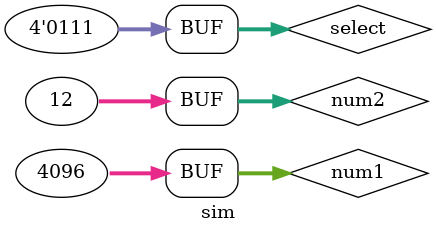
<source format=v>
`timescale 1ns / 1ps


module sim();
    reg [31:0] num1, num2;
    reg [3:0] select;
    wire [31:0] res;
    wire sf, cf, zf, of, pf;
    alu alu_sim(
        .num1(num1),
        .num2(num2),
        .select(select),
        .res(res),
        .sf(sf),
        .cf(cf),
        .zf(zf),
        .of(of),
        .pf(pf)
    );
    initial
    begin
        select = 4'b0000; num1 = 32'h8000_0000; num2 = 32'h8000_0000; #100; // ¼Ó
        select = 4'b0001; num1 = 32'h8000_0000; num2 = 32'h0000_0001; #100; // ¼õ
        select = 4'b0010; num1 = 32'h0000_00FF; num2 = 32'h0000_00F0; #100; // Óë
        select = 4'b0011; num1 = 32'h0000_00F0; num2 = 32'h0000_000F; #100; // »ò
        select = 4'b0100; num1 = 32'h0000_00FF; num2 = 32'h0000_000F; #100; // Òì»ò
        select = 4'b0101; num1 = 32'h0000_0000; num2 = 32'h0000_000F; #100; // »ò·Ç
        select = 4'b0110; num1 = 32'h0000_0001; num2 = 32'h0000_000C; #100; // ×óÒÆ
        select = 4'b0111; num1 = 32'h0000_1000; num2 = 32'h0000_000C; #100; // ÓÒÒÆ
    end
    

endmodule

</source>
